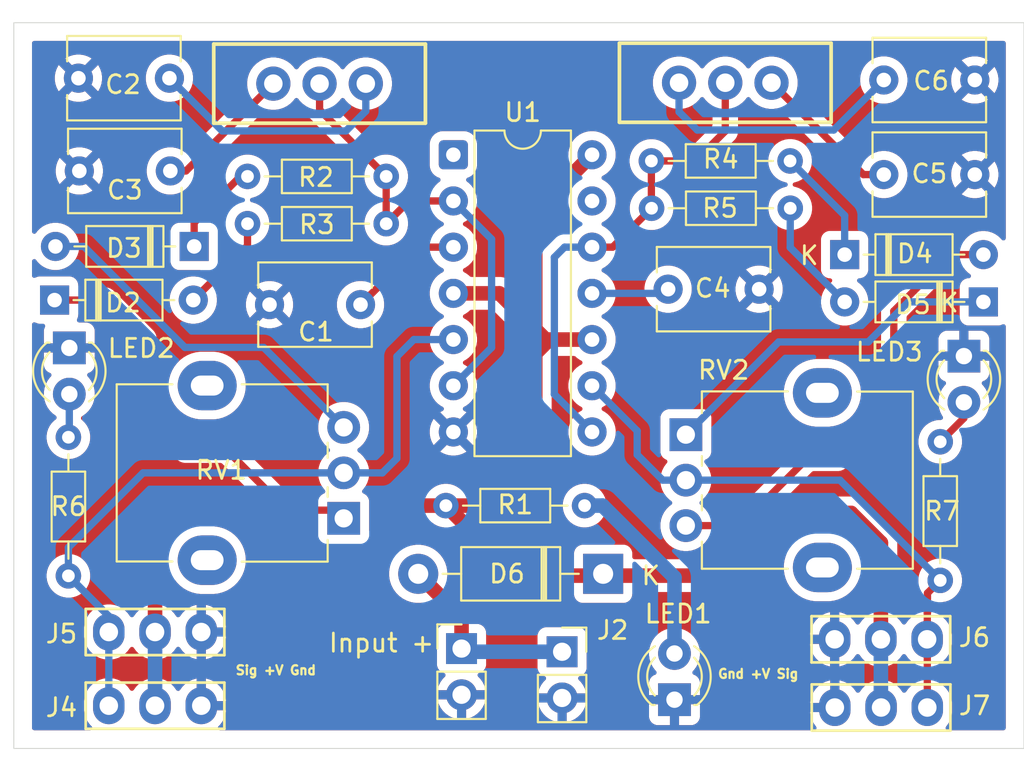
<source format=kicad_pcb>
(kicad_pcb (version 20241229) (generator "pcbnew") (generator_version "9.0")
  (layers (0 "F.Cu" signal) (2 "B.Cu" signal) (13 "F.Paste" user) (15 "B.Paste" user) (5 "F.SilkS" user "F.Silkscreen") (7 "B.SilkS" user "B.Silkscreen") (1 "F.Mask" user) (3 "B.Mask" user) (25 "Edge.Cuts" user))
  (net 0 "")
  (net 1 "Net-(U1A-CV)")
  (net 2 "GND")
  (net 3 "Net-(SW4-C)")
  (net 4 "Net-(SW4-A)")
  (net 5 "Net-(U1B-CV)")
  (net 6 "Net-(SW5-C)")
  (net 7 "Net-(SW5-A)")
  (net 8 "+5V")
  (net 9 "+5VP")
  (net 10 "Net-(D2-K)")
  (net 11 "Net-(D2-A)")
  (net 12 "Net-(D3-Pad1)")
  (net 13 "Net-(D3-Pad2)")
  (net 14 "Net-(D4-A)")
  (net 15 "Net-(D4-K)")
  (net 16 "Net-(D5-Pad2)")
  (net 17 "Net-(D5-Pad1)")
  (net 18 "/Q1")
  (net 19 "/Q2")
  (net 20 "Net-(LED1-A)")
  (net 21 "Net-(LED2-A)")
  (net 22 "Net-(LED3-A)")
  (net 23 "Net-(SW4-B)")
  (net 24 "Net-(SW5-B)")
  (footprint "Package_DIP:DIP-14_W7.62mm" (layer "F.Cu") (at 144.05 80.76)
    (property "Reference" "U1" (at 3.81 -2.33 0) (layer "F.SilkS"))
    (property "Value" "NE556")
    (fp_line (start 1.16 -1.33) (end 1.16 16.57) (stroke (width 0.12)) (layer "F.SilkS"))
    (fp_line (start 1.16 16.57) (end 6.46 16.57) (stroke (width 0.12)) (layer "F.SilkS"))
    (fp_line (start 2.81 -1.33) (end 1.16 -1.33) (stroke (width 0.12)) (layer "F.SilkS"))
    (fp_line (start 6.46 -1.33) (end 4.81 -1.33) (stroke (width 0.12)) (layer "F.SilkS"))
    (fp_line (start 6.46 16.57) (end 6.46 -1.33) (stroke (width 0.12)) (layer "F.SilkS"))
    (fp_arc (start 4.81 -1.33) (mid 3.81 -0.33) (end 2.81 -1.33) (stroke (width 0.12)) (layer "F.SilkS"))
    (pad "1" thru_hole roundrect (at 0 0) (size 1.6 1.6) (drill 0.8) (layers "*.Cu" "*.Mask") (roundrect_rratio 0.15625))
    (pad "2" thru_hole circle (at 0 2.54) (size 1.6 1.6) (drill 0.8) (layers "*.Cu" "*.Mask") (net 23 "Net-(SW4-B)"))
    (pad "3" thru_hole circle (at 0 5.08) (size 1.6 1.6) (drill 0.8) (layers "*.Cu" "*.Mask") (net 1 "Net-(U1A-CV)"))
    (pad "4" thru_hole circle (at 0 7.62) (size 1.6 1.6) (drill 0.8) (layers "*.Cu" "*.Mask") (net 9 "+5VP"))
    (pad "5" thru_hole circle (at 0 10.16) (size 1.6 1.6) (drill 0.8) (layers "*.Cu" "*.Mask") (net 18 "/Q1"))
    (pad "6" thru_hole circle (at 0 12.7) (size 1.6 1.6) (drill 0.8) (layers "*.Cu" "*.Mask") (net 23 "Net-(SW4-B)"))
    (pad "7" thru_hole circle (at 0 15.24) (size 1.6 1.6) (drill 0.8) (layers "*.Cu" "*.Mask") (net 2 "GND"))
    (pad "8" thru_hole circle (at 7.62 15.24) (size 1.6 1.6) (drill 0.8) (layers "*.Cu" "*.Mask") (net 24 "Net-(SW5-B)"))
    (pad "9" thru_hole circle (at 7.62 12.7) (size 1.6 1.6) (drill 0.8) (layers "*.Cu" "*.Mask") (net 19 "/Q2"))
    (pad "10" thru_hole circle (at 7.62 10.16) (size 1.6 1.6) (drill 0.8) (layers "*.Cu" "*.Mask") (net 9 "+5VP"))
    (pad "11" thru_hole circle (at 7.62 7.62) (size 1.6 1.6) (drill 0.8) (layers "*.Cu" "*.Mask") (net 5 "Net-(U1B-CV)"))
    (pad "12" thru_hole circle (at 7.62 5.08) (size 1.6 1.6) (drill 0.8) (layers "*.Cu" "*.Mask") (net 24 "Net-(SW5-B)"))
    (pad "13" thru_hole circle (at 7.62 2.54) (size 1.6 1.6) (drill 0.8) (layers "*.Cu" "*.Mask"))
    (pad "14" thru_hole circle (at 7.62 0) (size 1.6 1.6) (drill 0.8) (layers "*.Cu" "*.Mask") (net 9 "+5VP"))
  )
  (footprint "Capacitor_THT:C_Disc_D6.0mm_W4.4mm_P5.00mm" (layer "F.Cu") (at 128.5 81.65 180)
    (property "Reference" "C3" (at 2.5 -1.05 180) (layer "F.SilkS"))
    (property "Value" "1nf")
    (fp_line (start 5.62 0.925) (end 5.62 2.321) (stroke (width 0.12)) (layer "F.SilkS"))
    (fp_line (start 5.62 -2.321) (end 5.62 -0.925) (stroke (width 0.12)) (layer "F.SilkS"))
    (fp_line (start -0.62 2.321) (end 5.62 2.321) (stroke (width 0.12)) (layer "F.SilkS"))
    (fp_line (start -0.62 0.925) (end -0.62 2.321) (stroke (width 0.12)) (layer "F.SilkS"))
    (fp_line (start -0.62 -2.321) (end 5.62 -2.321) (stroke (width 0.12)) (layer "F.SilkS"))
    (fp_line (start -0.62 -2.321) (end -0.62 -0.925) (stroke (width 0.12)) (layer "F.SilkS"))
    (pad "1" thru_hole circle (at 0 0 180) (size 1.6 1.6) (drill 0.8) (layers "*.Cu" "*.Mask") (net 4 "Net-(SW4-A)"))
    (pad "2" thru_hole circle (at 5 0 180) (size 1.6 1.6) (drill 0.8) (layers "*.Cu" "*.Mask") (net 2 "GND"))
  )
  (footprint "Resistor_THT:R_Axial_DIN0204_L3.6mm_D1.6mm_P7.62mm_Horizontal" (layer "F.Cu") (at 140.36 84.55 180)
    (property "Reference" "R3" (at 3.81 -0.05 0) (layer "F.SilkS"))
    (property "Value" "1k")
    (fp_line (start 6.68 0) (end 5.73 0) (stroke (width 0.12)) (layer "F.SilkS"))
    (fp_line (start 5.73 0.92) (end 5.73 -0.92) (stroke (width 0.12)) (layer "F.SilkS"))
    (fp_line (start 5.73 -0.92) (end 1.89 -0.92) (stroke (width 0.12)) (layer "F.SilkS"))
    (fp_line (start 1.89 0.92) (end 5.73 0.92) (stroke (width 0.12)) (layer "F.SilkS"))
    (fp_line (start 1.89 -0.92) (end 1.89 0.92) (stroke (width 0.12)) (layer "F.SilkS"))
    (fp_line (start 0.94 0) (end 1.89 0) (stroke (width 0.12)) (layer "F.SilkS"))
    (pad "1" thru_hole circle (at 0 0 180) (size 1.4 1.4) (drill 0.7) (layers "*.Cu" "*.Mask") (net 23 "Net-(SW4-B)"))
    (pad "2" thru_hole oval (at 7.62 0 180) (size 1.4 1.4) (drill 0.7) (layers "*.Cu" "*.Mask") (net 13 "Net-(D3-Pad2)"))
  )
  (footprint "Connector_PinSocket_2.54mm:PinSocket_1x02_P2.54mm_Vertical" (layer "F.Cu") (at 150.025 108.085)
    (property "Reference" "J2" (at 2.775 -1.185 0) (layer "F.SilkS"))
    (property "Value" "female input")
    (fp_line (start -1.33 1.27) (end -1.33 3.87) (stroke (width 0.12)) (layer "F.SilkS"))
    (fp_line (start -1.33 1.27) (end 1.33 1.27) (stroke (width 0.12)) (layer "F.SilkS"))
    (fp_line (start -1.33 3.87) (end 1.33 3.87) (stroke (width 0.12)) (layer "F.SilkS"))
    (fp_line (start 0 -1.33) (end 1.33 -1.33) (stroke (width 0.12)) (layer "F.SilkS"))
    (fp_line (start 1.33 -1.33) (end 1.33 0) (stroke (width 0.12)) (layer "F.SilkS"))
    (fp_line (start 1.33 1.27) (end 1.33 3.87) (stroke (width 0.12)) (layer "F.SilkS"))
    (pad "1" thru_hole rect (at 0 0) (size 1.7 1.7) (drill 1) (layers "*.Cu" "*.Mask") (net 8 "+5V"))
    (pad "2" thru_hole oval (at 0 2.54) (size 1.7 1.7) (drill 1) (layers "*.Cu" "*.Mask") (net 2 "GND"))
  )
  (footprint "LED_THT:LED_D3.0mm" (layer "F.Cu") (at 156.2 110.72 90)
    (property "Reference" "LED1" (at 4.72 0.2 180) (layer "F.SilkS"))
    (property "Value" "Red_3mm_TH")
    (fp_line (start -0.29 -1.236) (end -0.29 -1.08) (stroke (width 0.12)) (layer "F.SilkS"))
    (fp_line (start -0.29 1.08) (end -0.29 1.236) (stroke (width 0.12)) (layer "F.SilkS"))
    (fp_arc (start -0.29 -1.235516) (mid 1.365624 -1.987701) (end 2.941397 -1.080061) (stroke (width 0.12)) (layer "F.SilkS"))
    (fp_arc (start 0.229039 -1.08) (mid 1.269964 -1.5) (end 2.31091 -1.080049) (stroke (width 0.12)) (layer "F.SilkS"))
    (fp_arc (start 2.31091 1.080049) (mid 1.269964 1.5) (end 0.229039 1.08) (stroke (width 0.12)) (layer "F.SilkS"))
    (fp_arc (start 2.941397 1.080061) (mid 1.365624 1.987701) (end -0.29 1.235516) (stroke (width 0.12)) (layer "F.SilkS"))
    (pad "1" thru_hole rect (at 0 0 90) (size 1.8 1.8) (drill 0.9) (layers "*.Cu" "*.Mask") (net 2 "GND"))
    (pad "2" thru_hole circle (at 2.54 0 90) (size 1.8 1.8) (drill 0.9) (layers "*.Cu" "*.Mask") (net 20 "Net-(LED1-A)"))
  )
  (footprint "Resistor_THT:R_Axial_DIN0204_L3.6mm_D1.6mm_P7.62mm_Horizontal" (layer "F.Cu") (at 170.8 104.16 90)
    (property "Reference" "R7" (at 3.81 0.1 180) (layer "F.SilkS"))
    (property "Value" "330R")
    (fp_line (start 5.73 -0.92) (end 1.89 -0.92) (stroke (width 0.12)) (layer "F.SilkS"))
    (fp_line (start 1.89 -0.92) (end 1.89 0.92) (stroke (width 0.12)) (layer "F.SilkS"))
    (fp_line (start 6.68 0) (end 5.73 0) (stroke (width 0.12)) (layer "F.SilkS"))
    (fp_line (start 0.94 0) (end 1.89 0) (stroke (width 0.12)) (layer "F.SilkS"))
    (fp_line (start 5.73 0.92) (end 5.73 -0.92) (stroke (width 0.12)) (layer "F.SilkS"))
    (fp_line (start 1.89 0.92) (end 5.73 0.92) (stroke (width 0.12)) (layer "F.SilkS"))
    (pad "1" thru_hole circle (at 0 0 90) (size 1.4 1.4) (drill 0.7) (layers "*.Cu" "*.Mask") (net 19 "/Q2"))
    (pad "2" thru_hole oval (at 7.62 0 90) (size 1.4 1.4) (drill 0.7) (layers "*.Cu" "*.Mask") (net 22 "Net-(LED3-A)"))
  )
  (footprint "SparkFun-Switch:Slide_SPDT_PTH_11.6x4.0mm" (layer "F.Cu") (at 158.99 76.8 90)
    (property "Reference" "SW5")
    (property "Value" "freq")
    (fp_line (start 2.175 -5.815) (end -2.175 -5.815) (stroke (width 0.2032)) (layer "F.SilkS"))
    (fp_line (start -2.175 -5.815) (end -2.175 5.815) (stroke (width 0.2032)) (layer "F.SilkS"))
    (fp_line (start 2.175 5.815) (end 2.175 -5.815) (stroke (width 0.2032)) (layer "F.SilkS"))
    (fp_line (start -2.175 5.815) (end 2.175 5.815) (stroke (width 0.2032)) (layer "F.SilkS"))
    (pad "1" thru_hole circle (at 0 -2.54 90) (size 1.8796 1.8796) (drill 1.016) (layers "*.Cu" "*.Mask") (net 7 "Net-(SW5-A)"))
    (pad "2" thru_hole circle (at 0 0 90) (size 1.8796 1.8796) (drill 1.016) (layers "*.Cu" "*.Mask") (net 24 "Net-(SW5-B)"))
    (pad "3" thru_hole circle (at 0 2.54 90) (size 1.8796 1.8796) (drill 1.016) (layers "*.Cu" "*.Mask") (net 6 "Net-(SW5-C)"))
  )
  (footprint "4ms_Connector:Pins_1x03_2.54mm_TH" (layer "F.Cu") (at 167.54 107.4 -90)
    (property "Reference" "J6" (at -0.1 -5.14 180) (layer "F.SilkS"))
    (property "Value" "Gnd +V Sig" (at 1.9 6.74 180) (layer "F.SilkS") (effects (font (size 0.5 0.5) (thickness 0.125))))
    (fp_line (start -1.27 3.81) (end 1.27 3.81) (stroke (width 0.15)) (layer "F.SilkS"))
    (fp_line (start 1.27 3.81) (end 1.27 -3.81) (stroke (width 0.15)) (layer "F.SilkS"))
    (fp_line (start -1.27 -3.81) (end -1.27 3.81) (stroke (width 0.15)) (layer "F.SilkS"))
    (fp_line (start 1.27 -3.81) (end -1.27 -3.81) (stroke (width 0.15)) (layer "F.SilkS"))
    (pad "1" thru_hole oval (at 0 -2.54 270) (size 2.032 1.7272) (drill 1.016) (layers "*.Cu" "*.Mask") (net 19 "/Q2"))
    (pad "2" thru_hole oval (at 0 0 270) (size 2.032 1.7272) (drill 1.016) (layers "*.Cu" "*.Mask") (net 9 "+5VP"))
    (pad "3" thru_hole oval (at 0 2.54 270) (size 2.032 1.7272) (drill 1.016) (layers "*.Cu" "*.Mask") (net 2 "GND"))
  )
  (footprint "LED_THT:LED_D3.0mm" (layer "F.Cu") (at 172.1 91.83 -90)
    (property "Reference" "LED3" (at -0.23 4.1 0) (layer "F.SilkS"))
    (property "Value" "Red_3mm_TH")
    (fp_line (start -0.29 1.08) (end -0.29 1.236) (stroke (width 0.12)) (layer "F.SilkS"))
    (fp_line (start -0.29 -1.236) (end -0.29 -1.08) (stroke (width 0.12)) (layer "F.SilkS"))
    (fp_arc (start 2.941397 1.080061) (mid 1.365624 1.987701) (end -0.29 1.235516) (stroke (width 0.12)) (layer "F.SilkS"))
    (fp_arc (start 2.31091 1.080049) (mid 1.269964 1.5) (end 0.229039 1.08) (stroke (width 0.12)) (layer "F.SilkS"))
    (fp_arc (start 0.229039 -1.08) (mid 1.269964 -1.5) (end 2.31091 -1.080049) (stroke (width 0.12)) (layer "F.SilkS"))
    (fp_arc (start -0.29 -1.235516) (mid 1.365624 -1.987701) (end 2.941397 -1.080061) (stroke (width 0.12)) (layer "F.SilkS"))
    (pad "1" thru_hole rect (at 0 0 270) (size 1.8 1.8) (drill 0.9) (layers "*.Cu" "*.Mask") (net 2 "GND"))
    (pad "2" thru_hole circle (at 2.54 0 270) (size 1.8 1.8) (drill 0.9) (layers "*.Cu" "*.Mask") (net 22 "Net-(LED3-A)"))
  )
  (footprint "Diode_THT:D_DO-35_SOD27_P7.62mm_Horizontal" (layer "F.Cu") (at 165.55 86.25)
    (property "Reference" "D4" (at 3.85 -0.05 0) (layer "F.SilkS"))
    (property "Value" "1N4148")
    (fp_line (start 1.04 0) (end 1.69 0) (stroke (width 0.12)) (layer "F.SilkS"))
    (fp_line (start 1.69 -1.12) (end 1.69 1.12) (stroke (width 0.12)) (layer "F.SilkS"))
    (fp_line (start 1.69 1.12) (end 5.93 1.12) (stroke (width 0.12)) (layer "F.SilkS"))
    (fp_line (start 2.29 -1.12) (end 2.29 1.12) (stroke (width 0.12)) (layer "F.SilkS"))
    (fp_line (start 2.41 -1.12) (end 2.41 1.12) (stroke (width 0.12)) (layer "F.SilkS"))
    (fp_line (start 2.53 -1.12) (end 2.53 1.12) (stroke (width 0.12)) (layer "F.SilkS"))
    (fp_line (start 5.93 -1.12) (end 1.69 -1.12) (stroke (width 0.12)) (layer "F.SilkS"))
    (fp_line (start 5.93 1.12) (end 5.93 -1.12) (stroke (width 0.12)) (layer "F.SilkS"))
    (fp_line (start 6.58 0) (end 5.93 0) (stroke (width 0.12)) (layer "F.SilkS"))
    (fp_text user "K" (at -1.95 0.05 0) (layer "F.SilkS"))
    (pad "1" thru_hole rect (at 0 0) (size 1.6 1.6) (drill 0.8) (layers "*.Cu" "*.Mask") (net 15 "Net-(D4-K)"))
    (pad "2" thru_hole oval (at 7.62 0) (size 1.6 1.6) (drill 0.8) (layers "*.Cu" "*.Mask") (net 14 "Net-(D4-A)"))
  )
  (footprint "Diode_THT:D_DO-35_SOD27_P7.62mm_Horizontal" (layer "F.Cu") (at 173.17 88.85 180)
    (property "Reference" "D5" (at 3.87 -0.15 0) (layer "F.SilkS"))
    (property "Value" "1N4148")
    (fp_line (start 6.58 0) (end 5.93 0) (stroke (width 0.12)) (layer "F.SilkS"))
    (fp_line (start 5.93 1.12) (end 5.93 -1.12) (stroke (width 0.12)) (layer "F.SilkS"))
    (fp_line (start 5.93 -1.12) (end 1.69 -1.12) (stroke (width 0.12)) (layer "F.SilkS"))
    (fp_line (start 2.53 -1.12) (end 2.53 1.12) (stroke (width 0.12)) (layer "F.SilkS"))
    (fp_line (start 2.41 -1.12) (end 2.41 1.12) (stroke (width 0.12)) (layer "F.SilkS"))
    (fp_line (start 2.29 -1.12) (end 2.29 1.12) (stroke (width 0.12)) (layer "F.SilkS"))
    (fp_line (start 1.69 1.12) (end 5.93 1.12) (stroke (width 0.12)) (layer "F.SilkS"))
    (fp_line (start 1.69 -1.12) (end 1.69 1.12) (stroke (width 0.12)) (layer "F.SilkS"))
    (fp_line (start 1.04 0) (end 1.69 0) (stroke (width 0.12)) (layer "F.SilkS"))
    (fp_text user "K" (at 1.87 -0.05 0) (layer "F.SilkS"))
    (pad "1" thru_hole rect (at 0 0 180) (size 1.6 1.6) (drill 0.8) (layers "*.Cu" "*.Mask") (net 17 "Net-(D5-Pad1)"))
    (pad "2" thru_hole oval (at 7.62 0 180) (size 1.6 1.6) (drill 0.8) (layers "*.Cu" "*.Mask") (net 16 "Net-(D5-Pad2)"))
  )
  (footprint "Resistor_THT:R_Axial_DIN0204_L3.6mm_D1.6mm_P7.62mm_Horizontal" (layer "F.Cu") (at 140.36 81.95 180)
    (property "Reference" "R2" (at 3.86 -0.05 0) (layer "F.SilkS"))
    (property "Value" "1k")
    (fp_line (start 6.68 0) (end 5.73 0) (stroke (width 0.12)) (layer "F.SilkS"))
    (fp_line (start 5.73 0.92) (end 5.73 -0.92) (stroke (width 0.12)) (layer "F.SilkS"))
    (fp_line (start 5.73 -0.92) (end 1.89 -0.92) (stroke (width 0.12)) (layer "F.SilkS"))
    (fp_line (start 1.89 0.92) (end 5.73 0.92) (stroke (width 0.12)) (layer "F.SilkS"))
    (fp_line (start 1.89 -0.92) (end 1.89 0.92) (stroke (width 0.12)) (layer "F.SilkS"))
    (fp_line (start 0.94 0) (end 1.89 0) (stroke (width 0.12)) (layer "F.SilkS"))
    (pad "1" thru_hole circle (at 0 0 180) (size 1.4 1.4) (drill 0.7) (layers "*.Cu" "*.Mask") (net 23 "Net-(SW4-B)"))
    (pad "2" thru_hole oval (at 7.62 0 180) (size 1.4 1.4) (drill 0.7) (layers "*.Cu" "*.Mask") (net 10 "Net-(D2-K)"))
  )
  (footprint "LED_THT:LED_D3.0mm" (layer "F.Cu") (at 122.95 91.38 -90)
    (property "Reference" "LED2" (at 0.02 -3.95 0) (layer "F.SilkS"))
    (property "Value" "Red_3mm_TH")
    (fp_line (start -0.29 1.08) (end -0.29 1.236) (stroke (width 0.12)) (layer "F.SilkS"))
    (fp_line (start -0.29 -1.236) (end -0.29 -1.08) (stroke (width 0.12)) (layer "F.SilkS"))
    (fp_arc (start 2.941397 1.080061) (mid 1.365624 1.987701) (end -0.29 1.235516) (stroke (width 0.12)) (layer "F.SilkS"))
    (fp_arc (start 2.31091 1.080049) (mid 1.269964 1.5) (end 0.229039 1.08) (stroke (width 0.12)) (layer "F.SilkS"))
    (fp_arc (start 0.229039 -1.08) (mid 1.269964 -1.5) (end 2.31091 -1.080049) (stroke (width 0.12)) (layer "F.SilkS"))
    (fp_arc (start -0.29 -1.235516) (mid 1.365624 -1.987701) (end 2.941397 -1.080061) (stroke (width 0.12)) (layer "F.SilkS"))
    (pad "1" thru_hole rect (at 0 0 270) (size 1.8 1.8) (drill 0.9) (layers "*.Cu" "*.Mask") (net 2 "GND"))
    (pad "2" thru_hole circle (at 2.54 0 270) (size 1.8 1.8) (drill 0.9) (layers "*.Cu" "*.Mask") (net 21 "Net-(LED2-A)"))
  )
  (footprint "Potentiometer_THT:Potentiometer_Alpha_RD901F-40-00D_Single_Vertical" (layer "F.Cu") (at 156.825 96.15)
    (property "Reference" "RV2" (at 2.075 -3.55 180) (layer "F.SilkS"))
    (property "Value" "50k")
    (fp_line (start 0.88 -2.38) (end 5.6 -2.38) (stroke (width 0.12)) (layer "F.SilkS"))
    (fp_line (start 0.88 -1.19) (end 0.88 -2.37) (stroke (width 0.12)) (layer "F.SilkS"))
    (fp_line (start 0.88 1.71) (end 0.88 1.18) (stroke (width 0.12)) (layer "F.SilkS"))
    (fp_line (start 0.88 4.16) (end 0.88 3.33) (stroke (width 0.12)) (layer "F.SilkS"))
    (fp_line (start 0.88 7.37) (end 0.88 5.88) (stroke (width 0.12)) (layer "F.SilkS"))
    (fp_line (start 0.88 7.37) (end 5.6 7.37) (stroke (width 0.12)) (layer "F.SilkS"))
    (fp_line (start 9.41 -2.37) (end 12.47 -2.37) (stroke (width 0.12)) (layer "F.SilkS"))
    (fp_line (start 9.41 7.37) (end 12.47 7.37) (stroke (width 0.12)) (layer "F.SilkS"))
    (fp_line (start 12.47 7.37) (end 12.47 -2.37) (stroke (width 0.12)) (layer "F.SilkS"))
    (pad "" thru_hole oval (at 7.5 -2.3 90) (size 2.72 3.24) (drill oval 1.1 1.8) (layers "*.Cu" "*.Mask"))
    (pad "" thru_hole oval (at 7.5 7.3 90) (size 2.72 3.24) (drill oval 1.1 1.8) (layers "*.Cu" "*.Mask"))
    (pad "1" thru_hole rect (at 0 0 90) (size 1.8 1.8) (drill 1) (layers "*.Cu" "*.Mask") (net 17 "Net-(D5-Pad1)"))
    (pad "2" thru_hole circle (at 0 2.5 90) (size 1.8 1.8) (drill 1) (layers "*.Cu" "*.Mask") (net 19 "/Q2"))
    (pad "3" thru_hole circle (at 0 5 90) (size 1.8 1.8) (drill 1) (layers "*.Cu" "*.Mask") (net 14 "Net-(D4-A)"))
  )
  (footprint "Capacitor_THT:C_Disc_D6.0mm_W4.4mm_P5.00mm" (layer "F.Cu") (at 167.7 76.65)
    (property "Reference" "C6" (at 2.6 0.05 0) (layer "F.SilkS"))
    (property "Value" "1nf")
    (fp_line (start -0.62 -2.321) (end -0.62 -0.925) (stroke (width 0.12)) (layer "F.SilkS"))
    (fp_line (start -0.62 -2.321) (end 5.62 -2.321) (stroke (width 0.12)) (layer "F.SilkS"))
    (fp_line (start -0.62 0.925) (end -0.62 2.321) (stroke (width 0.12)) (layer "F.SilkS"))
    (fp_line (start -0.62 2.321) (end 5.62 2.321) (stroke (width 0.12)) (layer "F.SilkS"))
    (fp_line (start 5.62 -2.321) (end 5.62 -0.925) (stroke (width 0.12)) (layer "F.SilkS"))
    (fp_line (start 5.62 0.925) (end 5.62 2.321) (stroke (width 0.12)) (layer "F.SilkS"))
    (pad "1" thru_hole circle (at 0 0) (size 1.6 1.6) (drill 0.8) (layers "*.Cu" "*.Mask") (net 7 "Net-(SW5-A)"))
    (pad "2" thru_hole circle (at 5 0) (size 1.6 1.6) (drill 0.8) (layers "*.Cu" "*.Mask") (net 2 "GND"))
  )
  (footprint "Resistor_THT:R_Axial_DIN0204_L3.6mm_D1.6mm_P7.62mm_Horizontal" (layer "F.Cu") (at 154.93 81.1)
    (property "Reference" "R4" (at 3.81 -0.1 0) (layer "F.SilkS"))
    (property "Value" "1k")
    (fp_line (start 0.94 0) (end 1.89 0) (stroke (width 0.12)) (layer "F.SilkS"))
    (fp_line (start 1.89 -0.92) (end 1.89 0.92) (stroke (width 0.12)) (layer "F.SilkS"))
    (fp_line (start 1.89 0.92) (end 5.73 0.92) (stroke (width 0.12)) (layer "F.SilkS"))
    (fp_line (start 5.73 -0.92) (end 1.89 -0.92) (stroke (width 0.12)) (layer "F.SilkS"))
    (fp_line (start 5.73 0.92) (end 5.73 -0.92) (stroke (width 0.12)) (layer "F.SilkS"))
    (fp_line (start 6.68 0) (end 5.73 0) (stroke (width 0.12)) (layer "F.SilkS"))
    (pad "1" thru_hole circle (at 0 0) (size 1.4 1.4) (drill 0.7) (layers "*.Cu" "*.Mask") (net 24 "Net-(SW5-B)"))
    (pad "2" thru_hole oval (at 7.62 0) (size 1.4 1.4) (drill 0.7) (layers "*.Cu" "*.Mask") (net 15 "Net-(D4-K)"))
  )
  (footprint "Diode_THT:D_DO-35_SOD27_P7.62mm_Horizontal" (layer "F.Cu") (at 122.14 88.75)
    (property "Reference" "D3" (at 3.81 -2.85 0) (layer "F.SilkS"))
    (property "Value" "1N4148")
    (fp_line (start 1.04 0) (end 1.69 0) (stroke (width 0.12)) (layer "F.SilkS"))
    (fp_line (start 1.69 -1.12) (end 1.69 1.12) (stroke (width 0.12)) (layer "F.SilkS"))
    (fp_line (start 1.69 1.12) (end 5.93 1.12) (stroke (width 0.12)) (layer "F.SilkS"))
    (fp_line (start 2.29 -1.12) (end 2.29 1.12) (stroke (width 0.12)) (layer "F.SilkS"))
    (fp_line (start 2.41 -1.12) (end 2.41 1.12) (stroke (width 0.12)) (layer "F.SilkS"))
    (fp_line (start 2.53 -1.12) (end 2.53 1.12) (stroke (width 0.12)) (layer "F.SilkS"))
    (fp_line (start 5.93 -1.12) (end 1.69 -1.12) (stroke (width 0.12)) (layer "F.SilkS"))
    (fp_line (start 5.93 1.12) (end 5.93 -1.12) (stroke (width 0.12)) (layer "F.SilkS"))
    (fp_line (start 6.58 0) (end 5.93 0) (stroke (width 0.12)) (layer "F.SilkS"))
    (pad "1" thru_hole rect (at 0 0) (size 1.6 1.6) (drill 0.8) (layers "*.Cu" "*.Mask") (net 12 "Net-(D3-Pad1)"))
    (pad "2" thru_hole oval (at 7.62 0) (size 1.6 1.6) (drill 0.8) (layers "*.Cu" "*.Mask") (net 13 "Net-(D3-Pad2)"))
  )
  (footprint "4ms_Connector:Pins_1x03_2.54mm_TH" (layer "F.Cu") (at 127.66 107 90)
    (property "Reference" "J5" (at -0.1 -5.14 180) (layer "F.SilkS"))
    (property "Value" "Conn_01x03" (hide yes))
    (fp_line (start 1.27 -3.81) (end -1.27 -3.81) (stroke (width 0.15)) (layer "F.SilkS"))
    (fp_line (start -1.27 -3.81) (end -1.27 3.81) (stroke (width 0.15)) (layer "F.SilkS"))
    (fp_line (start 1.27 3.81) (end 1.27 -3.81) (stroke (width 0.15)) (layer "F.SilkS"))
    (fp_line (start -1.27 3.81) (end 1.27 3.81) (stroke (width 0.15)) (layer "F.SilkS"))
    (pad "1" thru_hole oval (at 0 -2.54 90) (size 2.032 1.7272) (drill 1.016) (layers "*.Cu" "*.Mask") (net 18 "/Q1"))
    (pad "2" thru_hole oval (at 0 0 90) (size 2.032 1.7272) (drill 1.016) (layers "*.Cu" "*.Mask") (net 9 "+5VP"))
    (pad "3" thru_hole oval (at 0 2.54 90) (size 2.032 1.7272) (drill 1.016) (layers "*.Cu" "*.Mask") (net 2 "GND"))
  )
  (footprint "Diode_THT:D_DO-41_SOD81_P10.16mm_Horizontal" (layer "F.Cu") (at 152.28 103.8 180)
    (property "Reference" "D6" (at 5.28 0 0) (layer "F.SilkS"))
    (property "Value" "1N5819")
    (fp_line (start 8.82 0) (end 7.8 0) (stroke (width 0.12)) (layer "F.SilkS"))
    (fp_line (start 7.8 1.47) (end 7.8 -1.47) (stroke (width 0.12)) (layer "F.SilkS"))
    (fp_line (start 7.8 -1.47) (end 2.36 -1.47) (stroke (width 0.12)) (layer "F.SilkS"))
    (fp_line (start 3.38 -1.47) (end 3.38 1.47) (stroke (width 0.12)) (layer "F.SilkS"))
    (fp_line (start 3.26 -1.47) (end 3.26 1.47) (stroke (width 0.12)) (layer "F.SilkS"))
    (fp_line (start 3.14 -1.47) (end 3.14 1.47) (stroke (width 0.12)) (layer "F.SilkS"))
    (fp_line (start 2.36 1.47) (end 7.8 1.47) (stroke (width 0.12)) (layer "F.SilkS"))
    (fp_line (start 2.36 -1.47) (end 2.36 1.47) (stroke (width 0.12)) (layer "F.SilkS"))
    (fp_line (start 1.34 0) (end 2.36 0) (stroke (width 0.12)) (layer "F.SilkS"))
    (fp_text user "K" (at -2.62 -0.1 0) (layer "F.SilkS"))
    (pad "1" thru_hole rect (at 0 0 180) (size 2.2 2.2) (drill 1.1) (layers "*.Cu" "*.Mask") (net 9 "+5VP"))
    (pad "2" thru_hole oval (at 10.16 0 180) (size 2.2 2.2) (drill 1.1) (layers "*.Cu" "*.Mask") (net 8 "+5V"))
  )
  (footprint "Resistor_THT:R_Axial_DIN0204_L3.6mm_D1.6mm_P7.62mm_Horizontal" (layer "F.Cu") (at 143.64 100.05)
    (property "Reference" "R1" (at 3.81 -0.05 0) (layer "F.SilkS"))
    (property "Value" "330R")
    (fp_line (start 0.94 0) (end 1.89 0) (stroke (width 0.12)) (layer "F.SilkS"))
    (fp_line (start 1.89 -0.92) (end 1.89 0.92) (stroke (width 0.12)) (layer "F.SilkS"))
    (fp_line (start 1.89 0.92) (end 5.73 0.92) (stroke (width 0.12)) (layer "F.SilkS"))
    (fp_line (start 5.73 -0.92) (end 1.89 -0.92) (stroke (width 0.12)) (layer "F.SilkS"))
    (fp_line (start 5.73 0.92) (end 5.73 -0.92) (stroke (width 0.12)) (layer "F.SilkS"))
    (fp_line (start 6.68 0) (end 5.73 0) (stroke (width 0.12)) (layer "F.SilkS"))
    (pad "1" thru_hole circle (at 0 0) (size 1.4 1.4) (drill 0.7) (layers "*.Cu" "*.Mask") (net 9 "+5VP"))
    (pad "2" thru_hole oval (at 7.62 0) (size 1.4 1.4) (drill 0.7) (layers "*.Cu" "*.Mask") (net 20 "Net-(LED1-A)"))
  )
  (footprint "Capacitor_THT:C_Disc_D6.0mm_W4.4mm_P5.00mm" (layer "F.Cu") (at 138.95 89 180)
    (property "Reference" "C1" (at 2.45 -1.5 180) (layer "F.SilkS"))
    (property "Value" "10nf")
    (fp_line (start 5.62 0.925) (end 5.62 2.321) (stroke (width 0.12)) (layer "F.SilkS"))
    (fp_line (start 5.62 -2.321) (end 5.62 -0.925) (stroke (width 0.12)) (layer "F.SilkS"))
    (fp_line (start -0.62 2.321) (end 5.62 2.321) (stroke (width 0.12)) (layer "F.SilkS"))
    (fp_line (start -0.62 0.925) (end -0.62 2.321) (stroke (width 0.12)) (layer "F.SilkS"))
    (fp_line (start -0.62 -2.321) (end 5.62 -2.321) (stroke (width 0.12)) (layer "F.SilkS"))
    (fp_line (start -0.62 -2.321) (end -0.62 -0.925) (stroke (width 0.12)) (layer "F.SilkS"))
    (pad "1" thru_hole circle (at 0 0 180) (size 1.6 1.6) (drill 0.8) (layers "*.Cu" "*.Mask") (net 1 "Net-(U1A-CV)"))
    (pad "2" thru_hole circle (at 5 0 180) (size 1.6 1.6) (drill 0.8) (layers "*.Cu" "*.Mask") (net 2 "GND"))
  )
  (footprint "Potentiometer_THT:Potentiometer_Alpha_RD901F-40-00D_Single_Vertical" (layer "F.Cu") (at 138.025 100.75 180)
    (property "Reference" "RV1" (at 6.725 2.65 0) (layer "F.SilkS"))
    (property "Value" "50k")
    (fp_line (start 12.47 7.37) (end 12.47 -2.37) (stroke (width 0.12)) (layer "F.SilkS"))
    (fp_line (start 9.41 7.37) (end 12.47 7.37) (stroke (width 0.12)) (layer "F.SilkS"))
    (fp_line (start 9.41 -2.37) (end 12.47 -2.37) (stroke (width 0.12)) (layer "F.SilkS"))
    (fp_line (start 0.88 7.37) (end 5.6 7.37) (stroke (width 0.12)) (layer "F.SilkS"))
    (fp_line (start 0.88 7.37) (end 0.88 5.88) (stroke (width 0.12)) (layer "F.SilkS"))
    (fp_line (start 0.88 4.16) (end 0.88 3.33) (stroke (width 0.12)) (layer "F.SilkS"))
    (fp_line (start 0.88 1.71) (end 0.88 1.18) (stroke (width 0.12)) (layer "F.SilkS"))
    (fp_line (start 0.88 -1.19) (end 0.88 -2.37) (stroke (width 0.12)) (layer "F.SilkS"))
    (fp_line (start 0.88 -2.38) (end 5.6 -2.38) (stroke (width 0.12)) (layer "F.SilkS"))
    (pad "" thru_hole oval (at 7.5 -2.3 270) (size 2.72 3.24) (drill oval 1.1 1.8) (layers "*.Cu" "*.Mask"))
    (pad "" thru_hole oval (at 7.5 7.3 270) (size 2.72 3.24) (drill oval 1.1 1.8) (layers "*.Cu" "*.Mask"))
    (pad "1" thru_hole rect (at 0 0 270) (size 1.8 1.8) (drill 1) (layers "*.Cu" "*.Mask") (net 12 "Net-(D3-Pad1)"))
    (pad "2" thru_hole circle (at 0 2.5 270) (size 1.8 1.8) (drill 1) (layers "*.Cu" "*.Mask") (net 18 "/Q1"))
    (pad "3" thru_hole circle (at 0 5 270) (size 1.8 1.8) (drill 1) (layers "*.Cu" "*.Mask") (net 11 "Net-(D2-A)"))
  )
  (footprint "Capacitor_THT:C_Disc_D6.0mm_W4.4mm_P5.00mm" (layer "F.Cu") (at 155.85 88.15)
    (property "Reference" "C4" (at 2.45 -0.05 0) (layer "F.SilkS"))
    (property "Value" "10nf")
    (fp_line (start -0.62 -2.321) (end -0.62 -0.925) (stroke (width 0.12)) (layer "F.SilkS"))
    (fp_line (start -0.62 -2.321) (end 5.62 -2.321) (stroke (width 0.12)) (layer "F.SilkS"))
    (fp_line (start -0.62 0.925) (end -0.62 2.321) (stroke (width 0.12)) (layer "F.SilkS"))
    (fp_line (start -0.62 2.321) (end 5.62 2.321) (stroke (width 0.12)) (layer "F.SilkS"))
    (fp_line (start 5.62 -2.321) (end 5.62 -0.925) (stroke (width 0.12)) (layer "F.SilkS"))
    (fp_line (start 5.62 0.925) (end 5.62 2.321) (stroke (width 0.12)) (layer "F.SilkS"))
    (pad "1" thru_hole circle (at 0 0) (size 1.6 1.6) (drill 0.8) (layers "*.Cu" "*.Mask") (net 5 "Net-(U1B-CV)"))
    (pad "2" thru_hole circle (at 5 0) (size 1.6 1.6) (drill 0.8) (layers "*.Cu" "*.Mask") (net 2 "GND"))
  )
  (footprint "Capacitor_THT:C_Disc_D6.0mm_W4.4mm_P5.00mm" (layer "F.Cu") (at 128.45 76.55 180)
    (property "Reference" "C2" (at 2.55 -0.35 180) (layer "F.SilkS"))
    (property "Value" "10nf")
    (fp_line (start 5.62 0.925) (end 5.62 2.321) (stroke (width 0.12)) (layer "F.SilkS"))
    (fp_line (start 5.62 -2.321) (end 5.62 -0.925) (stroke (width 0.12)) (layer "F.SilkS"))
    (fp_line (start -0.62 2.321) (end 5.62 2.321) (stroke (width 0.12)) (layer "F.SilkS"))
    (fp_line (start -0.62 0.925) (end -0.62 2.321) (stroke (width 0.12)) (layer "F.SilkS"))
    (fp_line (start -0.62 -2.321) (end 5.62 -2.321) (stroke (width 0.12)) (layer "F.SilkS"))
    (fp_line (start -0.62 -2.321) (end -0.62 -0.925) (stroke (width 0.12)) (layer "F.SilkS"))
    (pad "1" thru_hole circle (at 0 0 180) (size 1.6 1.6) (drill 0.8) (layers "*.Cu" "*.Mask") (net 3 "Net-(SW4-C)"))
    (pad "2" thru_hole circle (at 5 0 180) (size 1.6 1.6) (drill 0.8) (layers "*.Cu" "*.Mask") (net 2 "GND"))
  )
  (footprint "4ms_Connector:Pins_1x03_2.54mm_TH" (layer "F.Cu") (at 127.66 111.05 90)
    (property "Reference" "J4" (at -0.1 -5.14 180) (layer "F.SilkS"))
    (property "Value" "Sig +V Gnd" (at 1.95 6.64 180) (layer "F.SilkS") (effects (font (size 0.5 0.5) (thickness 0.125))))
    (fp_line (start 1.27 -3.81) (end -1.27 -3.81) (stroke (width 0.15)) (layer "F.SilkS"))
    (fp_line (start -1.27 -3.81) (end -1.27 3.81) (stroke (width 0.15)) (layer "F.SilkS"))
    (fp_line (start 1.27 3.81) (end 1.27 -3.81) (stroke (width 0.15)) (layer "F.SilkS"))
    (fp_line (start -1.27 3.81) (end 1.27 3.81) (stroke (width 0.15)) (layer "F.SilkS"))
    (pad "1" thru_hole oval (at 0 -2.54 90) (size 2.032 1.7272) (drill 1.016) (layers "*.Cu" "*.Mask") (net 18 "/Q1"))
    (pad "2" thru_hole oval (at 0 0 90) (size 2.032 1.7272) (drill 1.016) (layers "*.Cu" "*.Mask") (net 9 "+5VP"))
    (pad "3" thru_hole oval (at 0 2.54 90) (size 2.032 1.7272) (drill 1.016) (layers "*.Cu" "*.Mask") (net 2 "GND"))
  )
  (footprint "Capacitor_THT:C_Disc_D6.0mm_W4.4mm_P5.00mm" (layer "F.Cu") (at 167.7 81.85)
    (property "Reference" "C5" (at 2.5 -0.05 0) (layer "F.SilkS"))
    (property "Value" "10nf")
    (fp_line (start -0.62 -2.321) (end -0.62 -0.925) (stroke (width 0.12)) (layer "F.SilkS"))
    (fp_line (start -0.62 -2.321) (end 5.62 -2.321) (stroke (width 0.12)) (layer "F.SilkS"))
    (fp_line (start -0.62 0.925) (end -0.62 2.321) (stroke (width 0.12)) (layer "F.SilkS"))
    (fp_line (start -0.62 2.321) (end 5.62 2.321) (stroke (width 0.12)) (layer "F.SilkS"))
    (fp_line (start 5.62 -2.321) (end 5.62 -0.925) (stroke (width 0.12)) (layer "F.SilkS"))
    (fp_line (start 5.62 0.925) (end 5.62 2.321) (stroke (width 0.12)) (layer "F.SilkS"))
    (pad "1" thru_hole circle (at 0 0) (size 1.6 1.6) (drill 0.8) (layers "*.Cu" "*.Mask") (net 6 "Net-(SW5-C)"))
    (pad "2" thru_hole circle (at 5 0) (size 1.6 1.6) (drill 0.8) (layers "*.Cu" "*.Mask") (net 2 "GND"))
  )
  (footprint "Resistor_THT:R_Axial_DIN0204_L3.6mm_D1.6mm_P7.62mm_Horizontal" (layer "F.Cu") (at 122.9 103.91 90)
    (property "Reference" "R6" (at 3.81 0 180) (layer "F.SilkS"))
    (property "Value" "330R")
    (fp_line (start 5.73 -0.92) (end 1.89 -0.92) (stroke (width 0.12)) (layer "F.SilkS"))
    (fp_line (start 1.89 -0.92) (end 1.89 0.92) (stroke (width 0.12)) (layer "F.SilkS"))
    (fp_line (start 6.68 0) (end 5.73 0) (stroke (width 0.12)) (layer "F.SilkS"))
    (fp_line (start 0.94 0) (end 1.89 0) (stroke (width 0.12)) (layer "F.SilkS"))
    (fp_line (start 5.73 0.92) (end 5.73 -0.92) (stroke (width 0.12)) (layer "F.SilkS"))
    (fp_line (start 1.89 0.92) (end 5.73 0.92) (stroke (width 0.12)) (layer "F.SilkS"))
    (pad "1" thru_hole circle (at 0 0 90) (size 1.4 1.4) (drill 0.7) (layers "*.Cu" "*.Mask") (net 18 "/Q1"))
    (pad "2" thru_hole oval (at 7.62 0 90) (size 1.4 1.4) (drill 0.7) (layers "*.Cu" "*.Mask") (net 21 "Net-(LED2-A)"))
  )
  (footprint "SparkFun-Switch:Slide_SPDT_PTH_11.6x4.0mm" (layer "F.Cu") (at 136.7 76.85 90)
    (property "Reference" "SW4")
    (property "Value" "freq")
    (fp_line (start 2.175 -5.815) (end -2.175 -5.815) (stroke (width 0.2032)) (layer "F.SilkS"))
    (fp_line (start -2.175 -5.815) (end -2.175 5.815) (stroke (width 0.2032)) (layer "F.SilkS"))
    (fp_line (start 2.175 5.815) (end 2.175 -5.815) (stroke (width 0.2032)) (layer "F.SilkS"))
    (fp_line (start -2.175 5.815) (end 2.175 5.815) (stroke (width 0.2032)) (layer "F.SilkS"))
    (pad "1" thru_hole circle (at 0 -2.54 90) (size 1.8796 1.8796) (drill 1.016) (layers "*.Cu" "*.Mask") (net 4 "Net-(SW4-A)"))
    (pad "2" thru_hole circle (at 0 0 90) (size 1.8796 1.8796) (drill 1.016) (layers "*.Cu" "*.Mask") (net 23 "Net-(SW4-B)"))
    (pad "3" thru_hole circle (at 0 2.54 90) (size 1.8796 1.8796) (drill 1.016) (layers "*.Cu" "*.Mask") (net 3 "Net-(SW4-C)"))
  )
  (footprint "Resistor_THT:R_Axial_DIN0204_L3.6mm_D1.6mm_P7.62mm_Horizontal" (layer "F.Cu") (at 154.94 83.7)
    (property "Reference" "R5" (at 3.76 0 0) (layer "F.SilkS"))
    (property "Value" "1k")
    (fp_line (start 0.94 0) (end 1.89 0) (stroke (width 0.12)) (layer "F.SilkS"))
    (fp_line (start 1.89 -0.92) (end 1.89 0.92) (stroke (width 0.12)) (layer "F.SilkS"))
    (fp_line (start 1.89 0.92) (end 5.73 0.92) (stroke (width 0.12)) (layer "F.SilkS"))
    (fp_line (start 5.73 -0.92) (end 1.89 -0.92) (stroke (width 0.12)) (layer "F.SilkS"))
    (fp_line (start 5.73 0.92) (end 5.73 -0.92) (stroke (width 0.12)) (layer "F.SilkS"))
    (fp_line (start 6.68 0) (end 5.73 0) (stroke (width 0.12)) (layer "F.SilkS"))
    (pad "1" thru_hole circle (at 0 0) (size 1.4 1.4) (drill 0.7) (layers "*.Cu" "*.Mask") (net 24 "Net-(SW5-B)"))
    (pad "2" thru_hole oval (at 7.62 0) (size 1.4 1.4) (drill 0.7) (layers "*.Cu" "*.Mask") (net 16 "Net-(D5-Pad2)"))
  )
  (footprint "Connector_PinHeader_2.54mm:PinHeader_1x02_P2.54mm_Vertical" (layer "F.Cu") (at 144.5 107.91)
    (property "Reference" "Input +" (at -4.4 -0.31 0) (layer "F.SilkS"))
    (property "Value" "Male input")
    (fp_line (start -1.33 -1.33) (end 0 -1.33) (stroke (width 0.12)) (layer "F.SilkS"))
    (fp_line (start -1.33 0) (end -1.33 -1.33) (stroke (width 0.12)) (layer "F.SilkS"))
    (fp_line (start -1.33 1.27) (end -1.33 3.87) (stroke (width 0.12)) (layer "F.SilkS"))
    (fp_line (start -1.33 1.27) (end 1.33 1.27) (stroke (width 0.12)) (layer "F.SilkS"))
    (fp_line (start -1.33 3.87) (end 1.33 3.87) (stroke (width 0.12)) (layer "F.SilkS"))
    (fp_line (start 1.33 1.27) (end 1.33 3.87) (stroke (width 0.12)) (layer "F.SilkS"))
    (pad "1" thru_hole rect (at 0 0) (size 1.7 1.7) (drill 1) (layers "*.Cu" "*.Mask") (net 8 "+5V"))
    (pad "2" thru_hole oval (at 0 2.54) (size 1.7 1.7) (drill 1) (layers "*.Cu" "*.Mask") (net 2 "GND"))
  )
  (footprint "4ms_Connector:Pins_1x03_2.54mm_TH" (layer "F.Cu") (at 167.55 111.15 -90)
    (property "Reference" "J7" (at -0.1 -5.14 180) (layer "F.SilkS"))
    (property "Value" "Conn_01x03" (hide yes))
    (fp_line (start -1.27 3.81) (end 1.27 3.81) (stroke (width 0.15)) (layer "F.SilkS"))
    (fp_line (start 1.27 3.81) (end 1.27 -3.81) (stroke (width 0.15)) (layer "F.SilkS"))
    (fp_line (start -1.27 -3.81) (end -1.27 3.81) (stroke (width 0.15)) (layer "F.SilkS"))
    (fp_line (start 1.27 -3.81) (end -1.27 -3.81) (stroke (width 0.15)) (layer "F.SilkS"))
    (pad "1" thru_hole oval (at 0 -2.54 270) (size 2.032 1.7272) (drill 1.016) (layers "*.Cu" "*.Mask") (net 19 "/Q2"))
    (pad "2" thru_hole oval (at 0 0 270) (size 2.032 1.7272) (drill 1.016) (layers "*.Cu" "*.Mask") (net 9 "+5VP"))
    (pad "3" thru_hole oval (at 0 2.54 270) (size 2.032 1.7272) (drill 1.016) (layers "*.Cu" "*.Mask") (net 2 "GND"))
  )
  (footprint "Diode_THT:D_DO-35_SOD27_P7.62mm_Horizontal" (layer "F.Cu") (at 129.81 85.8 180)
    (property "Reference" "D2" (at 3.91 -3.1 0) (layer "F.SilkS"))
    (property "Value" "1N4148")
    (fp_line (start 6.58 0) (end 5.93 0) (stroke (width 0.12)) (layer "F.SilkS"))
    (fp_line (start 5.93 1.12) (end 5.93 -1.12) (stroke (width 0.12)) (layer "F.SilkS"))
    (fp_line (start 5.93 -1.12) (end 1.69 -1.12) (stroke (width 0.12)) (layer "F.SilkS"))
    (fp_line (start 2.53 -1.12) (end 2.53 1.12) (stroke (width 0.12)) (layer "F.SilkS"))
    (fp_line (start 2.41 -1.12) (end 2.41 1.12) (stroke (width 0.12)) (layer "F.SilkS"))
    (fp_line (start 2.29 -1.12) (end 2.29 1.12) (stroke (width 0.12)) (layer "F.SilkS"))
    (fp_line (start 1.69 1.12) (end 5.93 1.12) (stroke (width 0.12)) (layer "F.SilkS"))
    (fp_line (start 1.69 -1.12) (end 1.69 1.12) (stroke (width 0.12)) (layer "F.SilkS"))
    (fp_line (start 1.04 0) (end 1.69 0) (stroke (width 0.12)) (layer "F.SilkS"))
    (pad "1" thru_hole rect (at 0 0 180) (size 1.6 1.6) (drill 0.8) (layers "*.Cu" "*.Mask") (net 10 "Net-(D2-K)"))
    (pad "2" thru_hole oval (at 7.62 0 180) (size 1.6 1.6) (drill 0.8) (layers "*.Cu" "*.Mask") (net 11 "Net-(D2-A)"))
  )
  (gr_rect (start 119.9 73.5) (end 175.4 113.4) (stroke (width 0.05)) (fill no) (layer "Edge.Cuts"))
  (segment (start 142.11 85.84) (end 144.05 85.84) (width 0.4) (layer "F.Cu") (net 1))
  (segment (start 138.95 89) (end 142.11 85.84) (width 0.4) (layer "F.Cu") (net 1))
  (segment (start 138.15 79.45) (end 139.24 78.36) (width 0.4) (layer "B.Cu") (net 3))
  (segment (start 139.24 78.36) (end 139.24 76.85) (width 0.4) (layer "B.Cu") (net 3))
  (segment (start 131.35 79.45) (end 138.15 79.45) (width 0.4) (layer "B.Cu") (net 3))
  (segment (start 128.45 76.55) (end 131.35 79.45) (width 0.4) (layer "B.Cu") (net 3))
  (segment (start 129.36 81.65) (end 128.5 81.65) (width 0.4) (layer "F.Cu") (net 4))
  (segment (start 134.16 76.85) (end 129.36 81.65) (width 0.4) (layer "F.Cu") (net 4))
  (segment (start 155.62 88.38) (end 155.85 88.15) (width 0.4) (layer "B.Cu") (net 5))
  (segment (start 151.67 88.38) (end 155.62 88.38) (width 0.4) (layer "B.Cu") (net 5))
  (segment (start 166.58 81.85) (end 167.7 81.85) (width 0.4) (layer "F.Cu") (net 6))
  (segment (start 161.53 76.8) (end 166.58 81.85) (width 0.4) (layer "F.Cu") (net 6))
  (segment (start 164.95 79.4) (end 167.7 76.65) (width 0.4) (layer "B.Cu") (net 7))
  (segment (start 156.45 78.4) (end 157.45 79.4) (width 0.4) (layer "B.Cu") (net 7))
  (segment (start 157.45 79.4) (end 164.95 79.4) (width 0.4) (layer "B.Cu") (net 7))
  (segment (start 156.45 76.8) (end 156.45 78.4) (width 0.4) (layer "B.Cu") (net 7))
  (segment (start 142.12 103.82) (end 142.12 103.8) (width 0.8) (layer "F.Cu") (net 8))
  (segment (start 144.5 107.91) (end 144.5 106.2) (width 0.8) (layer "F.Cu") (net 8))
  (segment (start 144.5 106.2) (end 142.12 103.82) (width 0.8) (layer "F.Cu") (net 8))
  (segment (start 144.675 108.085) (end 144.5 107.91) (width 0.8) (layer "B.Cu") (net 8))
  (segment (start 150.025 108.085) (end 144.675 108.085) (width 0.8) (layer "B.Cu") (net 8))
  (segment (start 143.64 100.05) (end 147.49 103.9) (width 0.8) (layer "F.Cu") (net 9))
  (segment (start 138.25 104.15) (end 136.55 104.15) (width 0.8) (layer "F.Cu") (net 9))
  (segment (start 145 100.05) (end 148.55 96.5) (width 0.8) (layer "F.Cu") (net 9))
  (segment (start 163.05 100.45) (end 165.9 100.45) (width 0.8) (layer "F.Cu") (net 9))
  (segment (start 143.64 100.05) (end 145 100.05) (width 0.8) (layer "F.Cu") (net 9))
  (segment (start 143.64 100.05) (end 142.35 100.05) (width 0.8) (layer "F.Cu") (net 9))
  (segment (start 149.12 90.92) (end 146.58 88.38) (width 0.8) (layer "F.Cu") (net 9))
  (segment (start 142.35 100.05) (end 138.25 104.15) (width 0.8) (layer "F.Cu") (net 9))
  (segment (start 149.32 90.92) (end 151.67 90.92) (width 0.8) (layer "F.Cu") (net 9))
  (segment (start 127.66 101.11) (end 127.66 107) (width 0.8) (layer "F.Cu") (net 9))
  (segment (start 132.45 100.05) (end 128.7 100.05) (width 0.8) (layer "F.Cu") (net 9))
  (segment (start 128.7 100.05) (end 127.65 101.1) (width 0.8) (layer "F.Cu") (net 9))
  (segment (start 159.6 103.9) (end 163.05 100.45) (width 0.8) (layer "F.Cu") (net 9))
  (segment (start 167.54 102.09) (end 167.54 107.4) (width 0.8) (layer "F.Cu") (net 9))
  (segment (start 148.55 91.69) (end 149.32 90.92) (width 0.8) (layer "F.Cu") (net 9))
  (segment (start 151.67 90.92) (end 149.12 90.92) (width 0.8) (layer "F.Cu") (net 9))
  (segment (start 148.55 91.69) (end 148.55 83.88) (width 0.8) (layer "F.Cu") (net 9))
  (segment (start 148.55 83.88) (end 151.67 80.76) (width 0.8) (layer "F.Cu") (net 9))
  (segment (start 146.58 88.38) (end 144.05 88.38) (width 0.8) (layer "F.Cu") (net 9))
  (segment (start 147.49 103.9) (end 159.6 103.9) (width 0.8) (layer "F.Cu") (net 9))
  (segment (start 165.9 100.45) (end 167.54 102.09) (width 0.8) (layer "F.Cu") (net 9))
  (segment (start 148.55 96.5) (end 148.55 91.69) (width 0.8) (layer "F.Cu") (net 9))
  (segment (start 127.65 101.1) (end 127.66 101.11) (width 0.8) (layer "F.Cu") (net 9))
  (segment (start 136.55 104.15) (end 132.45 100.05) (width 0.8) (layer "F.Cu") (net 9))
  (segment (start 167.54 110.989) (end 167.55 110.999) (width 0.8) (layer "B.Cu") (net 9))
  (segment (start 167.54 107.4) (end 167.54 110.989) (width 0.8) (layer "B.Cu") (net 9))
  (segment (start 127.66 107) (end 127.66 110.999) (width 0.8) (layer "B.Cu") (net 9))
  (segment (start 129.81 84.49) (end 129.81 85.8) (width 0.4) (layer "F.Cu") (net 10))
  (segment (start 132.35 81.95) (end 129.81 84.49) (width 0.4) (layer "F.Cu") (net 10))
  (segment (start 132.74 81.95) (end 132.35 81.95) (width 0.4) (layer "F.Cu") (net 10))
  (segment (start 133.625 91.35) (end 129.3 91.35) (width 0.4) (layer "B.Cu") (net 11))
  (segment (start 129.3 91.35) (end 123.75 85.8) (width 0.4) (layer "B.Cu") (net 11))
  (segment (start 138.025 95.75) (end 133.625 91.35) (width 0.4) (layer "B.Cu") (net 11))
  (segment (start 123.75 85.8) (end 122.19 85.8) (width 0.4) (layer "B.Cu") (net 11))
  (segment (start 127.5 92.9) (end 127.05 92.45) (width 0.4) (layer "F.Cu") (net 12))
  (segment (start 127.05 92.45) (end 127.05 90.9) (width 0.4) (layer "F.Cu") (net 12))
  (segment (start 127.05 90.9) (end 124.9 88.75) (width 0.4) (layer "F.Cu") (net 12))
  (segment (start 124.9 88.75) (end 122.14 88.75) (width 0.4) (layer "F.Cu") (net 12))
  (segment (start 137.575 100.3) (end 134.9 100.3) (width 0.4) (layer "F.Cu") (net 12))
  (segment (start 138.025 100.75) (end 137.575 100.3) (width 0.4) (layer "F.Cu") (net 12))
  (segment (start 134.9 100.3) (end 131.6 97) (width 0.4) (layer "F.Cu") (net 12))
  (segment (start 131.6 97) (end 129.35 97) (width 0.4) (layer "F.Cu") (net 12))
  (segment (start 127.5 95.15) (end 127.5 92.9) (width 0.4) (layer "F.Cu") (net 12))
  (segment (start 129.35 97) (end 127.5 95.15) (width 0.4) (layer "F.Cu") (net 12))
  (segment (start 132.74 85.77) (end 129.76 88.75) (width 0.4) (layer "F.Cu") (net 13))
  (segment (start 132.74 84.55) (end 132.74 85.77) (width 0.4) (layer "F.Cu") (net 13))
  (segment (start 159.8 101.15) (end 163.5 97.45) (width 0.4) (layer "F.Cu") (net 14))
  (segment (start 168.25 94.35) (end 168.25 89.35) (width 0.4) (layer "F.Cu") (net 14))
  (segment (start 156.825 101.15) (end 159.8 101.15) (width 0.4) (layer "F.Cu") (net 14))
  (segment (start 163.5 97.45) (end 165.15 97.45) (width 0.4) (layer "F.Cu") (net 14))
  (segment (start 165.15 97.45) (end 168.25 94.35) (width 0.4) (layer "F.Cu") (net 14))
  (segment (start 171.35 86.25) (end 173.17 86.25) (width 0.4) (layer "F.Cu") (net 14))
  (segment (start 168.25 89.35) (end 171.35 86.25) (width 0.4) (layer "F.Cu") (net 14))
  (segment (start 165.55 84.1) (end 165.55 86.25) (width 0.4) (layer "B.Cu") (net 15))
  (segment (start 162.55 81.1) (end 165.55 84.1) (width 0.4) (layer "B.Cu") (net 15))
  (segment (start 162.56 83.7) (end 162.56 85.86) (width 0.4) (layer "B.Cu") (net 16))
  (segment (start 162.56 85.86) (end 165.55 88.85) (width 0.4) (layer "B.Cu") (net 16))
  (segment (start 161.925 91.05) (end 166.85 91.05) (width 0.4) (layer "B.Cu") (net 17))
  (segment (start 166.85 91.05) (end 169.05 88.85) (width 0.4) (layer "B.Cu") (net 17))
  (segment (start 156.825 96.15) (end 161.925 91.05) (width 0.4) (layer "B.Cu") (net 17))
  (segment (start 169.05 88.85) (end 173.17 88.85) (width 0.4) (layer "B.Cu") (net 17))
  (segment (start 140.15 98.25) (end 140.95 97.45) (width 0.4) (layer "B.Cu") (net 18))
  (segment (start 122.9 102.35) (end 127 98.25) (width 0.4) (layer "B.Cu") (net 18))
  (segment (start 141.88 90.92) (end 144.05 90.92) (width 0.4) (layer "B.Cu") (net 18))
  (segment (start 138.025 98.25) (end 140.15 98.25) (width 0.4) (layer "B.Cu") (net 18))
  (segment (start 122.9 103.91) (end 122.9 102.35) (width 0.4) (layer "B.Cu") (net 18))
  (segment (start 125.12 107) (end 125.12 111.05) (width 0.4) (layer "B.Cu") (net 18))
  (segment (start 140.95 91.85) (end 141.88 90.92) (width 0.4) (layer "B.Cu") (net 18))
  (segment (start 125.12 107) (end 125.12 106.13) (width 0.4) (layer "B.Cu") (net 18))
  (segment (start 127 98.25) (end 138.025 98.25) (width 0.4) (layer "B.Cu") (net 18))
  (segment (start 125.12 106.13) (end 122.9 103.91) (width 0.4) (layer "B.Cu") (net 18))
  (segment (start 140.95 97.45) (end 140.95 91.85) (width 0.4) (layer "B.Cu") (net 18))
  (segment (start 170.1 104.86) (end 170.1 105.95) (width 0.4) (layer "F.Cu") (net 19))
  (segment (start 170.8 104.16) (end 170.1 104.86) (width 0.4) (layer "F.Cu") (net 19))
  (segment (start 170.09 105.96) (end 170.09 111.15) (width 0.4) (layer "F.Cu") (net 19))
  (segment (start 170.1 105.95) (end 170.09 105.96) (width 0.4) (layer "F.Cu") (net 19))
  (segment (start 151.67 93.46) (end 154.15 95.94) (width 0.4) (layer "B.Cu") (net 19))
  (segment (start 155.55 98.65) (end 156.825 98.65) (width 0.4) (layer "B.Cu") (net 19))
  (segment (start 154.15 97.25) (end 155.55 98.65) (width 0.4) (layer "B.Cu") (net 19))
  (segment (start 165.29 98.65) (end 170.8 104.16) (width 0.4) (layer "B.Cu") (net 19))
  (segment (start 154.15 95.94) (end 154.15 97.25) (width 0.4) (layer "B.Cu") (net 19))
  (segment (start 156.825 98.65) (end 165.29 98.65) (width 0.4) (layer "B.Cu") (net 19))
  (segment (start 156.2 104.000051) (end 156.2 108.18) (width 0.8) (layer "B.Cu") (net 20))
  (segment (start 152.249949 100.05) (end 156.2 104.000051) (width 0.8) (layer "B.Cu") (net 20))
  (segment (start 151.26 100.05) (end 152.249949 100.05) (width 0.8) (layer "B.Cu") (net 20))
  (segment (start 122.95 93.92) (end 122.95 96.24) (width 0.4) (layer "B.Cu") (net 21))
  (segment (start 122.95 96.24) (end 122.9 96.29) (width 0.4) (layer "B.Cu") (net 21))
  (segment (start 172.1 95.24) (end 170.8 96.54) (width 0.4) (layer "F.Cu") (net 22))
  (segment (start 172.1 94.37) (end 172.1 95.24) (width 0.4) (layer "F.Cu") (net 22))
  (segment (start 144.05 83.3) (end 141.61 83.3) (width 0.4) (layer "F.Cu") (net 23))
  (segment (start 140.36 81.95) (end 140.36 84.55) (width 0.4) (layer "F.Cu") (net 23))
  (segment (start 136.7 76.85) (end 136.7 78.29) (width 0.4) (layer "F.Cu") (net 23))
  (segment (start 136.7 78.29) (end 140.36 81.95) (width 0.4) (layer "F.Cu") (net 23))
  (segment (start 141.61 83.3) (end 140.36 84.55) (width 0.4) (layer "F.Cu") (net 23))
  (segment (start 144.05 83.3) (end 146.15 85.4) (width 0.4) (layer "B.Cu") (net 23))
  (segment (start 146.15 91.36) (end 144.05 93.46) (width 0.4) (layer "B.Cu") (net 23))
  (segment (start 146.15 85.4) (end 146.15 91.36) (width 0.4) (layer "B.Cu") (net 23))
  (segment (start 158.99 79.46) (end 158.99 76.8) (width 0.4) (layer "F.Cu") (net 24))
  (segment (start 152.8 85.84) (end 151.67 85.84) (width 0.4) (layer "F.Cu") (net 24))
  (segment (start 157.35 81.1) (end 158.99 79.46) (width 0.4) (layer "F.Cu") (net 24))
  (segment (start 154.94 83.7) (end 152.8 85.84) (width 0.4) (layer "F.Cu") (net 24))
  (segment (start 154.93 81.1) (end 157.35 81.1) (width 0.4) (layer "F.Cu") (net 24))
  (segment (start 154.93 83.69) (end 154.94 83.7) (width 0.4) (layer "F.Cu") (net 24))
  (segment (start 154.93 81.1) (end 154.93 83.69) (width 0.4) (layer "F.Cu") (net 24))
  (segment (start 149.6 93.93) (end 149.6 86.4) (width 0.4) (layer "B.Cu") (net 24))
  (segment (start 150.16 85.84) (end 151.67 85.84) (width 0.4) (layer "B.Cu") (net 24))
  (segment (start 151.67 96) (end 149.6 93.93) (width 0.4) (layer "B.Cu") (net 24))
  (segment (start 149.6 86.4) (end 150.16 85.84) (width 0.4) (layer "B.Cu") (net 24))
  (zone (net 2) (net_name "GND") (layers "F.Cu" "B.Cu") (connect_pads (clearance 0.5)) (min_thickness 0.25) (fill yes (thermal_gap 0.5) (thermal_bridge_width 0.5))
    (polygon (pts (xy 175.4 73.5) (xy 119.9 73.5) (xy 119.9 113.4) (xy 175.4 113.4)))
  )
)
</source>
